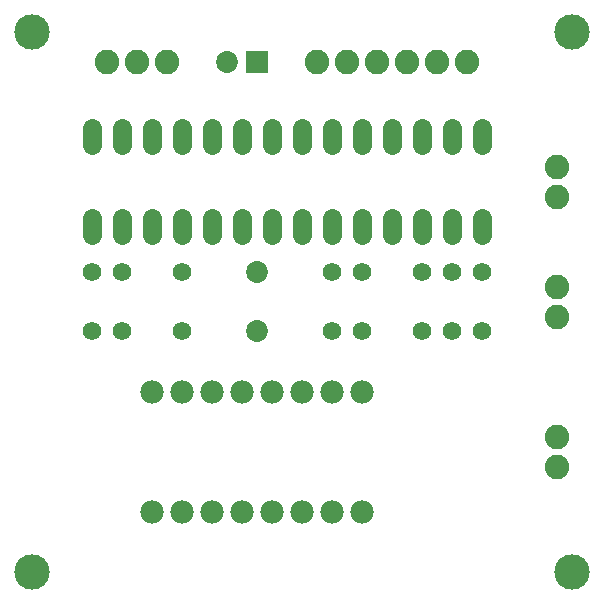
<source format=gbs>
G75*
G70*
%OFA0B0*%
%FSLAX24Y24*%
%IPPOS*%
%LPD*%
%AMOC8*
5,1,8,0,0,1.08239X$1,22.5*
%
%ADD10C,0.1182*%
%ADD11C,0.0640*%
%ADD12C,0.0820*%
%ADD13C,0.0620*%
%ADD14C,0.0780*%
%ADD15C,0.0730*%
%ADD16R,0.0730X0.0730*%
D10*
X001181Y001181D03*
X001181Y019181D03*
X019181Y019181D03*
X019181Y001181D03*
D11*
X016181Y012401D02*
X016181Y012961D01*
X015181Y012961D02*
X015181Y012401D01*
X014181Y012401D02*
X014181Y012961D01*
X013181Y012961D02*
X013181Y012401D01*
X012181Y012401D02*
X012181Y012961D01*
X011181Y012961D02*
X011181Y012401D01*
X010181Y012401D02*
X010181Y012961D01*
X009181Y012961D02*
X009181Y012401D01*
X008181Y012401D02*
X008181Y012961D01*
X007181Y012961D02*
X007181Y012401D01*
X006181Y012401D02*
X006181Y012961D01*
X005181Y012961D02*
X005181Y012401D01*
X004181Y012401D02*
X004181Y012961D01*
X003181Y012961D02*
X003181Y012401D01*
X003181Y015401D02*
X003181Y015961D01*
X004181Y015961D02*
X004181Y015401D01*
X005181Y015401D02*
X005181Y015961D01*
X006181Y015961D02*
X006181Y015401D01*
X007181Y015401D02*
X007181Y015961D01*
X008181Y015961D02*
X008181Y015401D01*
X009181Y015401D02*
X009181Y015961D01*
X010181Y015961D02*
X010181Y015401D01*
X011181Y015401D02*
X011181Y015961D01*
X012181Y015961D02*
X012181Y015401D01*
X013181Y015401D02*
X013181Y015961D01*
X014181Y015961D02*
X014181Y015401D01*
X015181Y015401D02*
X015181Y015961D01*
X016181Y015961D02*
X016181Y015401D01*
D12*
X018681Y014681D03*
X018681Y013681D03*
X018681Y010681D03*
X018681Y009681D03*
X018681Y005681D03*
X018681Y004681D03*
X015681Y018181D03*
X014681Y018181D03*
X013681Y018181D03*
X012681Y018181D03*
X011681Y018181D03*
X010681Y018181D03*
X005681Y018181D03*
X004681Y018181D03*
X003681Y018181D03*
D13*
X003181Y011166D03*
X004181Y011166D03*
X004181Y009197D03*
X003181Y009197D03*
X006181Y009197D03*
X006181Y011166D03*
X011181Y011166D03*
X012181Y011166D03*
X012181Y009197D03*
X011181Y009197D03*
X014181Y009197D03*
X015181Y009197D03*
X016181Y009197D03*
X016181Y011166D03*
X015181Y011166D03*
X014181Y011166D03*
D14*
X012181Y007181D03*
X011181Y007181D03*
X010181Y007181D03*
X009181Y007181D03*
X008181Y007181D03*
X007181Y007181D03*
X006181Y007181D03*
X005181Y007181D03*
X005181Y003181D03*
X006181Y003181D03*
X007181Y003181D03*
X008181Y003181D03*
X009181Y003181D03*
X010181Y003181D03*
X011181Y003181D03*
X012181Y003181D03*
D15*
X008681Y009197D03*
X008681Y011166D03*
X007681Y018181D03*
D16*
X008681Y018181D03*
M02*

</source>
